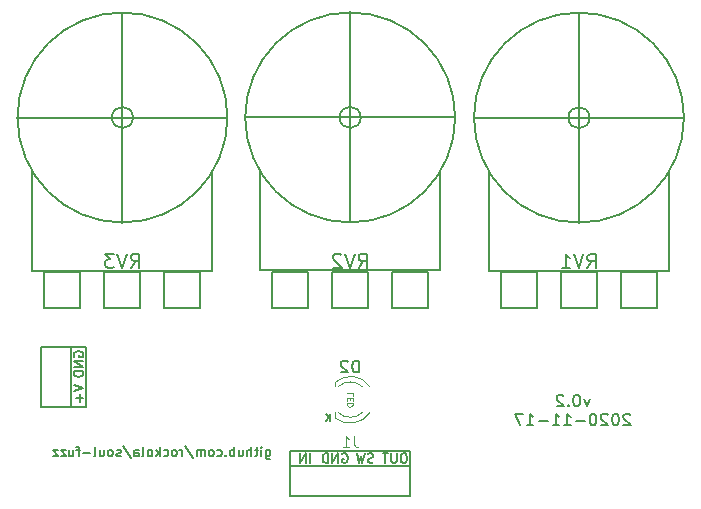
<source format=gbr>
%TF.GenerationSoftware,KiCad,Pcbnew,(5.99.0-7043-g7933935b4a)*%
%TF.CreationDate,2020-11-17T10:52:04+02:00*%
%TF.ProjectId,soul-fuzz,736f756c-2d66-4757-9a7a-2e6b69636164,rev?*%
%TF.SameCoordinates,Original*%
%TF.FileFunction,Legend,Bot*%
%TF.FilePolarity,Positive*%
%FSLAX46Y46*%
G04 Gerber Fmt 4.6, Leading zero omitted, Abs format (unit mm)*
G04 Created by KiCad (PCBNEW (5.99.0-7043-g7933935b4a)) date 2020-11-17 10:52:04*
%MOMM*%
%LPD*%
G01*
G04 APERTURE LIST*
%ADD10C,0.127000*%
%ADD11C,0.150000*%
%ADD12C,0.152400*%
%ADD13C,0.081280*%
%ADD14C,0.100000*%
%ADD15C,0.120000*%
G04 APERTURE END LIST*
D10*
X132900000Y-110988571D02*
X132900000Y-111636190D01*
X132938095Y-111712380D01*
X132976190Y-111750476D01*
X133052380Y-111788571D01*
X133166666Y-111788571D01*
X133242857Y-111750476D01*
X132900000Y-111483809D02*
X132976190Y-111521904D01*
X133128571Y-111521904D01*
X133204761Y-111483809D01*
X133242857Y-111445714D01*
X133280952Y-111369523D01*
X133280952Y-111140952D01*
X133242857Y-111064761D01*
X133204761Y-111026666D01*
X133128571Y-110988571D01*
X132976190Y-110988571D01*
X132900000Y-111026666D01*
X132519047Y-111521904D02*
X132519047Y-110988571D01*
X132519047Y-110721904D02*
X132557142Y-110760000D01*
X132519047Y-110798095D01*
X132480952Y-110760000D01*
X132519047Y-110721904D01*
X132519047Y-110798095D01*
X132252380Y-110988571D02*
X131947619Y-110988571D01*
X132138095Y-110721904D02*
X132138095Y-111407619D01*
X132100000Y-111483809D01*
X132023809Y-111521904D01*
X131947619Y-111521904D01*
X131680952Y-111521904D02*
X131680952Y-110721904D01*
X131338095Y-111521904D02*
X131338095Y-111102857D01*
X131376190Y-111026666D01*
X131452380Y-110988571D01*
X131566666Y-110988571D01*
X131642857Y-111026666D01*
X131680952Y-111064761D01*
X130614285Y-110988571D02*
X130614285Y-111521904D01*
X130957142Y-110988571D02*
X130957142Y-111407619D01*
X130919047Y-111483809D01*
X130842857Y-111521904D01*
X130728571Y-111521904D01*
X130652380Y-111483809D01*
X130614285Y-111445714D01*
X130233333Y-111521904D02*
X130233333Y-110721904D01*
X130233333Y-111026666D02*
X130157142Y-110988571D01*
X130004761Y-110988571D01*
X129928571Y-111026666D01*
X129890476Y-111064761D01*
X129852380Y-111140952D01*
X129852380Y-111369523D01*
X129890476Y-111445714D01*
X129928571Y-111483809D01*
X130004761Y-111521904D01*
X130157142Y-111521904D01*
X130233333Y-111483809D01*
X129509523Y-111445714D02*
X129471428Y-111483809D01*
X129509523Y-111521904D01*
X129547619Y-111483809D01*
X129509523Y-111445714D01*
X129509523Y-111521904D01*
X128785714Y-111483809D02*
X128861904Y-111521904D01*
X129014285Y-111521904D01*
X129090476Y-111483809D01*
X129128571Y-111445714D01*
X129166666Y-111369523D01*
X129166666Y-111140952D01*
X129128571Y-111064761D01*
X129090476Y-111026666D01*
X129014285Y-110988571D01*
X128861904Y-110988571D01*
X128785714Y-111026666D01*
X128328571Y-111521904D02*
X128404761Y-111483809D01*
X128442857Y-111445714D01*
X128480952Y-111369523D01*
X128480952Y-111140952D01*
X128442857Y-111064761D01*
X128404761Y-111026666D01*
X128328571Y-110988571D01*
X128214285Y-110988571D01*
X128138095Y-111026666D01*
X128100000Y-111064761D01*
X128061904Y-111140952D01*
X128061904Y-111369523D01*
X128100000Y-111445714D01*
X128138095Y-111483809D01*
X128214285Y-111521904D01*
X128328571Y-111521904D01*
X127719047Y-111521904D02*
X127719047Y-110988571D01*
X127719047Y-111064761D02*
X127680952Y-111026666D01*
X127604761Y-110988571D01*
X127490476Y-110988571D01*
X127414285Y-111026666D01*
X127376190Y-111102857D01*
X127376190Y-111521904D01*
X127376190Y-111102857D02*
X127338095Y-111026666D01*
X127261904Y-110988571D01*
X127147619Y-110988571D01*
X127071428Y-111026666D01*
X127033333Y-111102857D01*
X127033333Y-111521904D01*
X126080952Y-110683809D02*
X126766666Y-111712380D01*
X125814285Y-111521904D02*
X125814285Y-110988571D01*
X125814285Y-111140952D02*
X125776190Y-111064761D01*
X125738095Y-111026666D01*
X125661904Y-110988571D01*
X125585714Y-110988571D01*
X125204761Y-111521904D02*
X125280952Y-111483809D01*
X125319047Y-111445714D01*
X125357142Y-111369523D01*
X125357142Y-111140952D01*
X125319047Y-111064761D01*
X125280952Y-111026666D01*
X125204761Y-110988571D01*
X125090476Y-110988571D01*
X125014285Y-111026666D01*
X124976190Y-111064761D01*
X124938095Y-111140952D01*
X124938095Y-111369523D01*
X124976190Y-111445714D01*
X125014285Y-111483809D01*
X125090476Y-111521904D01*
X125204761Y-111521904D01*
X124252380Y-111483809D02*
X124328571Y-111521904D01*
X124480952Y-111521904D01*
X124557142Y-111483809D01*
X124595238Y-111445714D01*
X124633333Y-111369523D01*
X124633333Y-111140952D01*
X124595238Y-111064761D01*
X124557142Y-111026666D01*
X124480952Y-110988571D01*
X124328571Y-110988571D01*
X124252380Y-111026666D01*
X123909523Y-111521904D02*
X123909523Y-110721904D01*
X123833333Y-111217142D02*
X123604761Y-111521904D01*
X123604761Y-110988571D02*
X123909523Y-111293333D01*
X123147619Y-111521904D02*
X123223809Y-111483809D01*
X123261904Y-111445714D01*
X123300000Y-111369523D01*
X123300000Y-111140952D01*
X123261904Y-111064761D01*
X123223809Y-111026666D01*
X123147619Y-110988571D01*
X123033333Y-110988571D01*
X122957142Y-111026666D01*
X122919047Y-111064761D01*
X122880952Y-111140952D01*
X122880952Y-111369523D01*
X122919047Y-111445714D01*
X122957142Y-111483809D01*
X123033333Y-111521904D01*
X123147619Y-111521904D01*
X122423809Y-111521904D02*
X122500000Y-111483809D01*
X122538095Y-111407619D01*
X122538095Y-110721904D01*
X121776190Y-111521904D02*
X121776190Y-111102857D01*
X121814285Y-111026666D01*
X121890476Y-110988571D01*
X122042857Y-110988571D01*
X122119047Y-111026666D01*
X121776190Y-111483809D02*
X121852380Y-111521904D01*
X122042857Y-111521904D01*
X122119047Y-111483809D01*
X122157142Y-111407619D01*
X122157142Y-111331428D01*
X122119047Y-111255238D01*
X122042857Y-111217142D01*
X121852380Y-111217142D01*
X121776190Y-111179047D01*
X120823809Y-110683809D02*
X121509523Y-111712380D01*
X120595238Y-111483809D02*
X120519047Y-111521904D01*
X120366666Y-111521904D01*
X120290476Y-111483809D01*
X120252380Y-111407619D01*
X120252380Y-111369523D01*
X120290476Y-111293333D01*
X120366666Y-111255238D01*
X120480952Y-111255238D01*
X120557142Y-111217142D01*
X120595238Y-111140952D01*
X120595238Y-111102857D01*
X120557142Y-111026666D01*
X120480952Y-110988571D01*
X120366666Y-110988571D01*
X120290476Y-111026666D01*
X119795238Y-111521904D02*
X119871428Y-111483809D01*
X119909523Y-111445714D01*
X119947619Y-111369523D01*
X119947619Y-111140952D01*
X119909523Y-111064761D01*
X119871428Y-111026666D01*
X119795238Y-110988571D01*
X119680952Y-110988571D01*
X119604761Y-111026666D01*
X119566666Y-111064761D01*
X119528571Y-111140952D01*
X119528571Y-111369523D01*
X119566666Y-111445714D01*
X119604761Y-111483809D01*
X119680952Y-111521904D01*
X119795238Y-111521904D01*
X118842857Y-110988571D02*
X118842857Y-111521904D01*
X119185714Y-110988571D02*
X119185714Y-111407619D01*
X119147619Y-111483809D01*
X119071428Y-111521904D01*
X118957142Y-111521904D01*
X118880952Y-111483809D01*
X118842857Y-111445714D01*
X118347619Y-111521904D02*
X118423809Y-111483809D01*
X118461904Y-111407619D01*
X118461904Y-110721904D01*
X118042857Y-111217142D02*
X117433333Y-111217142D01*
X117166666Y-110988571D02*
X116861904Y-110988571D01*
X117052380Y-111521904D02*
X117052380Y-110836190D01*
X117014285Y-110760000D01*
X116938095Y-110721904D01*
X116861904Y-110721904D01*
X116252380Y-110988571D02*
X116252380Y-111521904D01*
X116595238Y-110988571D02*
X116595238Y-111407619D01*
X116557142Y-111483809D01*
X116480952Y-111521904D01*
X116366666Y-111521904D01*
X116290476Y-111483809D01*
X116252380Y-111445714D01*
X115947619Y-110988571D02*
X115528571Y-110988571D01*
X115947619Y-111521904D01*
X115528571Y-111521904D01*
X115300000Y-110988571D02*
X114880952Y-110988571D01*
X115300000Y-111521904D01*
X114880952Y-111521904D01*
X160318571Y-106640714D02*
X160080476Y-107307380D01*
X159842380Y-106640714D01*
X159270952Y-106307380D02*
X159175714Y-106307380D01*
X159080476Y-106355000D01*
X159032857Y-106402619D01*
X158985238Y-106497857D01*
X158937619Y-106688333D01*
X158937619Y-106926428D01*
X158985238Y-107116904D01*
X159032857Y-107212142D01*
X159080476Y-107259761D01*
X159175714Y-107307380D01*
X159270952Y-107307380D01*
X159366190Y-107259761D01*
X159413809Y-107212142D01*
X159461428Y-107116904D01*
X159509047Y-106926428D01*
X159509047Y-106688333D01*
X159461428Y-106497857D01*
X159413809Y-106402619D01*
X159366190Y-106355000D01*
X159270952Y-106307380D01*
X158509047Y-107212142D02*
X158461428Y-107259761D01*
X158509047Y-107307380D01*
X158556666Y-107259761D01*
X158509047Y-107212142D01*
X158509047Y-107307380D01*
X158080476Y-106402619D02*
X158032857Y-106355000D01*
X157937619Y-106307380D01*
X157699523Y-106307380D01*
X157604285Y-106355000D01*
X157556666Y-106402619D01*
X157509047Y-106497857D01*
X157509047Y-106593095D01*
X157556666Y-106735952D01*
X158128095Y-107307380D01*
X157509047Y-107307380D01*
X163747142Y-108012619D02*
X163699523Y-107965000D01*
X163604285Y-107917380D01*
X163366190Y-107917380D01*
X163270952Y-107965000D01*
X163223333Y-108012619D01*
X163175714Y-108107857D01*
X163175714Y-108203095D01*
X163223333Y-108345952D01*
X163794761Y-108917380D01*
X163175714Y-108917380D01*
X162556666Y-107917380D02*
X162461428Y-107917380D01*
X162366190Y-107965000D01*
X162318571Y-108012619D01*
X162270952Y-108107857D01*
X162223333Y-108298333D01*
X162223333Y-108536428D01*
X162270952Y-108726904D01*
X162318571Y-108822142D01*
X162366190Y-108869761D01*
X162461428Y-108917380D01*
X162556666Y-108917380D01*
X162651904Y-108869761D01*
X162699523Y-108822142D01*
X162747142Y-108726904D01*
X162794761Y-108536428D01*
X162794761Y-108298333D01*
X162747142Y-108107857D01*
X162699523Y-108012619D01*
X162651904Y-107965000D01*
X162556666Y-107917380D01*
X161842380Y-108012619D02*
X161794761Y-107965000D01*
X161699523Y-107917380D01*
X161461428Y-107917380D01*
X161366190Y-107965000D01*
X161318571Y-108012619D01*
X161270952Y-108107857D01*
X161270952Y-108203095D01*
X161318571Y-108345952D01*
X161890000Y-108917380D01*
X161270952Y-108917380D01*
X160651904Y-107917380D02*
X160556666Y-107917380D01*
X160461428Y-107965000D01*
X160413809Y-108012619D01*
X160366190Y-108107857D01*
X160318571Y-108298333D01*
X160318571Y-108536428D01*
X160366190Y-108726904D01*
X160413809Y-108822142D01*
X160461428Y-108869761D01*
X160556666Y-108917380D01*
X160651904Y-108917380D01*
X160747142Y-108869761D01*
X160794761Y-108822142D01*
X160842380Y-108726904D01*
X160890000Y-108536428D01*
X160890000Y-108298333D01*
X160842380Y-108107857D01*
X160794761Y-108012619D01*
X160747142Y-107965000D01*
X160651904Y-107917380D01*
X159890000Y-108536428D02*
X159128095Y-108536428D01*
X158128095Y-108917380D02*
X158699523Y-108917380D01*
X158413809Y-108917380D02*
X158413809Y-107917380D01*
X158509047Y-108060238D01*
X158604285Y-108155476D01*
X158699523Y-108203095D01*
X157175714Y-108917380D02*
X157747142Y-108917380D01*
X157461428Y-108917380D02*
X157461428Y-107917380D01*
X157556666Y-108060238D01*
X157651904Y-108155476D01*
X157747142Y-108203095D01*
X156747142Y-108536428D02*
X155985238Y-108536428D01*
X154985238Y-108917380D02*
X155556666Y-108917380D01*
X155270952Y-108917380D02*
X155270952Y-107917380D01*
X155366190Y-108060238D01*
X155461428Y-108155476D01*
X155556666Y-108203095D01*
X154651904Y-107917380D02*
X153985238Y-107917380D01*
X154413809Y-108917380D01*
D11*
%TO.C,J2*%
X116636904Y-105485095D02*
X117436904Y-105751761D01*
X116636904Y-106018428D01*
X117132142Y-106285095D02*
X117132142Y-106894619D01*
X117436904Y-106589857D02*
X116827380Y-106589857D01*
X116675000Y-103097476D02*
X116636904Y-103021285D01*
X116636904Y-102907000D01*
X116675000Y-102792714D01*
X116751190Y-102716523D01*
X116827380Y-102678428D01*
X116979761Y-102640333D01*
X117094047Y-102640333D01*
X117246428Y-102678428D01*
X117322619Y-102716523D01*
X117398809Y-102792714D01*
X117436904Y-102907000D01*
X117436904Y-102983190D01*
X117398809Y-103097476D01*
X117360714Y-103135571D01*
X117094047Y-103135571D01*
X117094047Y-102983190D01*
X117436904Y-103478428D02*
X116636904Y-103478428D01*
X117436904Y-103935571D01*
X116636904Y-103935571D01*
X117436904Y-104316523D02*
X116636904Y-104316523D01*
X116636904Y-104507000D01*
X116675000Y-104621285D01*
X116751190Y-104697476D01*
X116827380Y-104735571D01*
X116979761Y-104773666D01*
X117094047Y-104773666D01*
X117246428Y-104735571D01*
X117322619Y-104697476D01*
X117398809Y-104621285D01*
X117436904Y-104507000D01*
X117436904Y-104316523D01*
D12*
%TO.C,RV2*%
X140758154Y-95572797D02*
X141160321Y-94998273D01*
X141447583Y-95572797D02*
X141447583Y-94366297D01*
X140987964Y-94366297D01*
X140873059Y-94423750D01*
X140815607Y-94481202D01*
X140758154Y-94596107D01*
X140758154Y-94768464D01*
X140815607Y-94883369D01*
X140873059Y-94940821D01*
X140987964Y-94998273D01*
X141447583Y-94998273D01*
X140413440Y-94366297D02*
X140011273Y-95572797D01*
X139609107Y-94366297D01*
X139264392Y-94481202D02*
X139206940Y-94423750D01*
X139092035Y-94366297D01*
X138804773Y-94366297D01*
X138689869Y-94423750D01*
X138632416Y-94481202D01*
X138574964Y-94596107D01*
X138574964Y-94711011D01*
X138632416Y-94883369D01*
X139321845Y-95572797D01*
X138574964Y-95572797D01*
D13*
%TO.C,J1*%
X140361733Y-109799438D02*
X140361733Y-110488866D01*
X140407695Y-110626752D01*
X140499619Y-110718676D01*
X140637504Y-110764638D01*
X140729428Y-110764638D01*
X139396533Y-110764638D02*
X139948076Y-110764638D01*
X139672304Y-110764638D02*
X139672304Y-109799438D01*
X139764228Y-109937323D01*
X139856152Y-110029247D01*
X139948076Y-110075209D01*
D11*
X141995714Y-112048809D02*
X141881428Y-112086904D01*
X141690952Y-112086904D01*
X141614761Y-112048809D01*
X141576666Y-112010714D01*
X141538571Y-111934523D01*
X141538571Y-111858333D01*
X141576666Y-111782142D01*
X141614761Y-111744047D01*
X141690952Y-111705952D01*
X141843333Y-111667857D01*
X141919523Y-111629761D01*
X141957619Y-111591666D01*
X141995714Y-111515476D01*
X141995714Y-111439285D01*
X141957619Y-111363095D01*
X141919523Y-111325000D01*
X141843333Y-111286904D01*
X141652857Y-111286904D01*
X141538571Y-111325000D01*
X141271904Y-111286904D02*
X141081428Y-112086904D01*
X140929047Y-111515476D01*
X140776666Y-112086904D01*
X140586190Y-111286904D01*
X139379523Y-111325000D02*
X139455714Y-111286904D01*
X139570000Y-111286904D01*
X139684285Y-111325000D01*
X139760476Y-111401190D01*
X139798571Y-111477380D01*
X139836666Y-111629761D01*
X139836666Y-111744047D01*
X139798571Y-111896428D01*
X139760476Y-111972619D01*
X139684285Y-112048809D01*
X139570000Y-112086904D01*
X139493809Y-112086904D01*
X139379523Y-112048809D01*
X139341428Y-112010714D01*
X139341428Y-111744047D01*
X139493809Y-111744047D01*
X138998571Y-112086904D02*
X138998571Y-111286904D01*
X138541428Y-112086904D01*
X138541428Y-111286904D01*
X138160476Y-112086904D02*
X138160476Y-111286904D01*
X137970000Y-111286904D01*
X137855714Y-111325000D01*
X137779523Y-111401190D01*
X137741428Y-111477380D01*
X137703333Y-111629761D01*
X137703333Y-111744047D01*
X137741428Y-111896428D01*
X137779523Y-111972619D01*
X137855714Y-112048809D01*
X137970000Y-112086904D01*
X138160476Y-112086904D01*
X144650000Y-111286904D02*
X144497619Y-111286904D01*
X144421428Y-111325000D01*
X144345238Y-111401190D01*
X144307142Y-111553571D01*
X144307142Y-111820238D01*
X144345238Y-111972619D01*
X144421428Y-112048809D01*
X144497619Y-112086904D01*
X144650000Y-112086904D01*
X144726190Y-112048809D01*
X144802380Y-111972619D01*
X144840476Y-111820238D01*
X144840476Y-111553571D01*
X144802380Y-111401190D01*
X144726190Y-111325000D01*
X144650000Y-111286904D01*
X143964285Y-111286904D02*
X143964285Y-111934523D01*
X143926190Y-112010714D01*
X143888095Y-112048809D01*
X143811904Y-112086904D01*
X143659523Y-112086904D01*
X143583333Y-112048809D01*
X143545238Y-112010714D01*
X143507142Y-111934523D01*
X143507142Y-111286904D01*
X143240476Y-111286904D02*
X142783333Y-111286904D01*
X143011904Y-112086904D02*
X143011904Y-111286904D01*
X136649047Y-112086904D02*
X136649047Y-111286904D01*
X136268095Y-112086904D02*
X136268095Y-111286904D01*
X135810952Y-112086904D01*
X135810952Y-111286904D01*
D12*
%TO.C,RV1*%
X160128154Y-95592797D02*
X160530321Y-95018273D01*
X160817583Y-95592797D02*
X160817583Y-94386297D01*
X160357964Y-94386297D01*
X160243059Y-94443750D01*
X160185607Y-94501202D01*
X160128154Y-94616107D01*
X160128154Y-94788464D01*
X160185607Y-94903369D01*
X160243059Y-94960821D01*
X160357964Y-95018273D01*
X160817583Y-95018273D01*
X159783440Y-94386297D02*
X159381273Y-95592797D01*
X158979107Y-94386297D01*
X157944964Y-95592797D02*
X158634392Y-95592797D01*
X158289678Y-95592797D02*
X158289678Y-94386297D01*
X158404583Y-94558654D01*
X158519488Y-94673559D01*
X158634392Y-94731011D01*
%TO.C,RV3*%
X121478154Y-95582797D02*
X121880321Y-95008273D01*
X122167583Y-95582797D02*
X122167583Y-94376297D01*
X121707964Y-94376297D01*
X121593059Y-94433750D01*
X121535607Y-94491202D01*
X121478154Y-94606107D01*
X121478154Y-94778464D01*
X121535607Y-94893369D01*
X121593059Y-94950821D01*
X121707964Y-95008273D01*
X122167583Y-95008273D01*
X121133440Y-94376297D02*
X120731273Y-95582797D01*
X120329107Y-94376297D01*
X120041845Y-94376297D02*
X119294964Y-94376297D01*
X119697130Y-94835916D01*
X119524773Y-94835916D01*
X119409869Y-94893369D01*
X119352416Y-94950821D01*
X119294964Y-95065726D01*
X119294964Y-95352988D01*
X119352416Y-95467892D01*
X119409869Y-95525345D01*
X119524773Y-95582797D01*
X119869488Y-95582797D01*
X119984392Y-95525345D01*
X120041845Y-95467892D01*
D11*
%TO.C,D2*%
X140775036Y-104432380D02*
X140775036Y-103432380D01*
X140536941Y-103432380D01*
X140394083Y-103480000D01*
X140298845Y-103575238D01*
X140251226Y-103670476D01*
X140203607Y-103860952D01*
X140203607Y-104003809D01*
X140251226Y-104194285D01*
X140298845Y-104289523D01*
X140394083Y-104384761D01*
X140536941Y-104432380D01*
X140775036Y-104432380D01*
X139822655Y-103527619D02*
X139775036Y-103480000D01*
X139679798Y-103432380D01*
X139441702Y-103432380D01*
X139346464Y-103480000D01*
X139298845Y-103527619D01*
X139251226Y-103622857D01*
X139251226Y-103718095D01*
X139298845Y-103860952D01*
X139870274Y-104432380D01*
X139251226Y-104432380D01*
D10*
X138324483Y-108576228D02*
X138324483Y-107976228D01*
X137981626Y-108576228D02*
X138238769Y-108233371D01*
X137981626Y-107976228D02*
X138324483Y-108319085D01*
D14*
X140247731Y-106408571D02*
X140247731Y-106170476D01*
X139747731Y-106170476D01*
X139985826Y-106575238D02*
X139985826Y-106741904D01*
X140247731Y-106813333D02*
X140247731Y-106575238D01*
X139747731Y-106575238D01*
X139747731Y-106813333D01*
X140247731Y-107027619D02*
X139747731Y-107027619D01*
X139747731Y-107146666D01*
X139771541Y-107218095D01*
X139819160Y-107265714D01*
X139866779Y-107289523D01*
X139962017Y-107313333D01*
X140033445Y-107313333D01*
X140128683Y-107289523D01*
X140176302Y-107265714D01*
X140223921Y-107218095D01*
X140247731Y-107146666D01*
X140247731Y-107027619D01*
D10*
%TO.C,J2*%
X117710000Y-107390000D02*
X117710000Y-102310000D01*
X117710000Y-107390000D02*
X116440000Y-107390000D01*
X116440000Y-107390000D02*
X116440000Y-102310000D01*
X117710000Y-102310000D02*
X116440000Y-102310000D01*
X116440000Y-102310000D02*
X113900000Y-102310000D01*
X116440000Y-107390000D02*
X113900000Y-107390000D01*
X113900000Y-102310000D02*
X113900000Y-107390000D01*
%TO.C,RV2*%
X131150000Y-82835000D02*
X148930000Y-82835000D01*
X146644000Y-98964000D02*
X146644000Y-95916000D01*
X143596000Y-95916000D02*
X146644000Y-95916000D01*
X133436000Y-98964000D02*
X136484000Y-98964000D01*
X143596000Y-95916000D02*
X143596000Y-98964000D01*
X133436000Y-95916000D02*
X133436000Y-98964000D01*
X140040000Y-91725000D02*
X140040000Y-73945000D01*
X138516000Y-95916000D02*
X138516000Y-98964000D01*
X138516000Y-95916000D02*
X141564000Y-95916000D01*
X132420000Y-87280000D02*
X132420000Y-95789000D01*
X136484000Y-98964000D02*
X136484000Y-95916000D01*
X133436000Y-95916000D02*
X136484000Y-95916000D01*
X143596000Y-98964000D02*
X146644000Y-98964000D01*
X147660000Y-95789000D02*
X147660000Y-87280000D01*
X132420000Y-95789000D02*
X147660000Y-95789000D01*
X138516000Y-98964000D02*
X141564000Y-98964000D01*
X141564000Y-98964000D02*
X141564000Y-95916000D01*
X140040002Y-73945000D02*
G75*
G03*
X131150000Y-82835000I-101J-8889901D01*
G01*
X148930000Y-82835002D02*
G75*
G03*
X140040000Y-73945000I-8889901J101D01*
G01*
X140040000Y-91725000D02*
G75*
G03*
X148930000Y-82835000I0J8890000D01*
G01*
X131150000Y-82835000D02*
G75*
G03*
X140040000Y-91725000I8890000J0D01*
G01*
X140938000Y-82835000D02*
G75*
G03*
X140938000Y-82835000I-898000J0D01*
G01*
%TO.C,J1*%
X134960000Y-112360000D02*
X134960000Y-111090000D01*
X145120000Y-112360000D02*
X145120000Y-111090000D01*
X145120000Y-114900000D02*
X145120000Y-112360000D01*
X134960000Y-114900000D02*
X134960000Y-112360000D01*
X134960000Y-114900000D02*
X145120000Y-114900000D01*
X134960000Y-111090000D02*
X145120000Y-111090000D01*
X145120000Y-112360000D02*
X134960000Y-112360000D01*
%TO.C,RV1*%
X162966000Y-98984000D02*
X166014000Y-98984000D01*
X155854000Y-98984000D02*
X155854000Y-95936000D01*
X157886000Y-95936000D02*
X160934000Y-95936000D01*
X152806000Y-98984000D02*
X155854000Y-98984000D01*
X162966000Y-95936000D02*
X162966000Y-98984000D01*
X152806000Y-95936000D02*
X152806000Y-98984000D01*
X166014000Y-98984000D02*
X166014000Y-95936000D01*
X157886000Y-98984000D02*
X160934000Y-98984000D01*
X150520000Y-82855000D02*
X168300000Y-82855000D01*
X167030000Y-95809000D02*
X167030000Y-87300000D01*
X159410000Y-91745000D02*
X159410000Y-73965000D01*
X151790000Y-95809000D02*
X167030000Y-95809000D01*
X157886000Y-95936000D02*
X157886000Y-98984000D01*
X160934000Y-98984000D02*
X160934000Y-95936000D01*
X162966000Y-95936000D02*
X166014000Y-95936000D01*
X151790000Y-87300000D02*
X151790000Y-95809000D01*
X152806000Y-95936000D02*
X155854000Y-95936000D01*
X168300000Y-82855002D02*
G75*
G03*
X159410000Y-73965000I-8889901J101D01*
G01*
X159410002Y-73965000D02*
G75*
G03*
X150520000Y-82855000I-101J-8889901D01*
G01*
X159410000Y-91745000D02*
G75*
G03*
X168300000Y-82855000I0J8890000D01*
G01*
X150520000Y-82855000D02*
G75*
G03*
X159410000Y-91745000I8890000J0D01*
G01*
X160308000Y-82855000D02*
G75*
G03*
X160308000Y-82855000I-898000J0D01*
G01*
%TO.C,RV3*%
X124316000Y-95926000D02*
X124316000Y-98974000D01*
X124316000Y-95926000D02*
X127364000Y-95926000D01*
X114156000Y-95926000D02*
X117204000Y-95926000D01*
X119236000Y-95926000D02*
X122284000Y-95926000D01*
X113140000Y-95799000D02*
X128380000Y-95799000D01*
X111870000Y-82845000D02*
X129650000Y-82845000D01*
X117204000Y-98974000D02*
X117204000Y-95926000D01*
X114156000Y-95926000D02*
X114156000Y-98974000D01*
X114156000Y-98974000D02*
X117204000Y-98974000D01*
X127364000Y-98974000D02*
X127364000Y-95926000D01*
X128380000Y-95799000D02*
X128380000Y-87290000D01*
X120760000Y-91735000D02*
X120760000Y-73955000D01*
X124316000Y-98974000D02*
X127364000Y-98974000D01*
X113140000Y-87290000D02*
X113140000Y-95799000D01*
X119236000Y-95926000D02*
X119236000Y-98974000D01*
X119236000Y-98974000D02*
X122284000Y-98974000D01*
X122284000Y-98974000D02*
X122284000Y-95926000D01*
X120760000Y-91735000D02*
G75*
G03*
X129650000Y-82845000I0J8890000D01*
G01*
X120760002Y-73955000D02*
G75*
G03*
X111870000Y-82845000I-101J-8889901D01*
G01*
X111870000Y-82845000D02*
G75*
G03*
X120760000Y-91735000I8890000J0D01*
G01*
X129650000Y-82845002D02*
G75*
G03*
X120760000Y-73955000I-8889901J101D01*
G01*
X121658000Y-82845000D02*
G75*
G03*
X121658000Y-82845000I-898000J0D01*
G01*
D15*
%TO.C,D2*%
X138726141Y-108254000D02*
X138726141Y-107810000D01*
X138776941Y-105612400D02*
X138776941Y-105256800D01*
X141719275Y-107808607D02*
G75*
G02*
X138776941Y-108304800I-1697655J1094939D01*
G01*
X141088071Y-107809837D02*
G75*
G02*
X139005980Y-107810000I-1041130J1079837D01*
G01*
X141088071Y-105650163D02*
G75*
G03*
X139005980Y-105650000I-1041130J-1079837D01*
G01*
X141719275Y-105651393D02*
G75*
G03*
X138776941Y-105256800I-1639431J-1057386D01*
G01*
%TD*%
M02*

</source>
